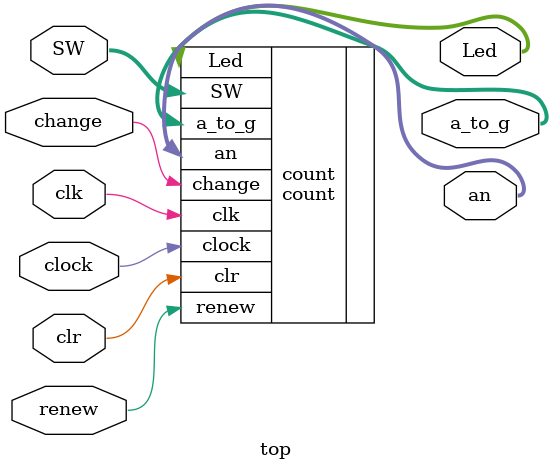
<source format=v>
`timescale 1ns / 1ps

module top(clk,clr,an,Led,a_to_g,change,renew,SW,clock
);
input clk;
input clr;
input change;
input renew;
input clock;
input [5:0] SW;
output [3:0] an;
output [7:0] Led;
output [6:0] a_to_g;

count count(
	.clk(clk),
	.clr(clr),
	.renew(renew),
	.clock(clock),
	.SW(SW),
	.change(change),
	.Led(Led),
	.an(an),
	.a_to_g(a_to_g)
);

endmodule
</source>
